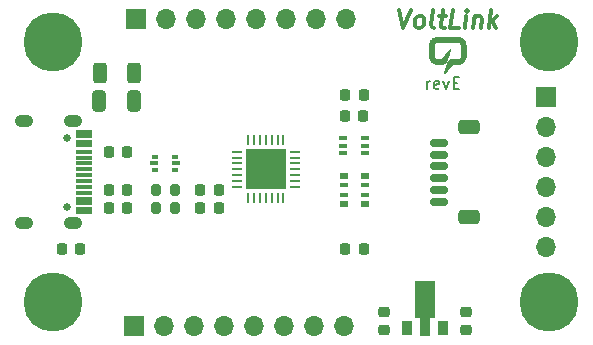
<source format=gbr>
G04 #@! TF.GenerationSoftware,KiCad,Pcbnew,7.0.9*
G04 #@! TF.CreationDate,2024-02-28T09:18:08+02:00*
G04 #@! TF.ProjectId,link,6c696e6b-2e6b-4696-9361-645f70636258,rev?*
G04 #@! TF.SameCoordinates,Original*
G04 #@! TF.FileFunction,Soldermask,Top*
G04 #@! TF.FilePolarity,Negative*
%FSLAX46Y46*%
G04 Gerber Fmt 4.6, Leading zero omitted, Abs format (unit mm)*
G04 Created by KiCad (PCBNEW 7.0.9) date 2024-02-28 09:18:08*
%MOMM*%
%LPD*%
G01*
G04 APERTURE LIST*
G04 Aperture macros list*
%AMRoundRect*
0 Rectangle with rounded corners*
0 $1 Rounding radius*
0 $2 $3 $4 $5 $6 $7 $8 $9 X,Y pos of 4 corners*
0 Add a 4 corners polygon primitive as box body*
4,1,4,$2,$3,$4,$5,$6,$7,$8,$9,$2,$3,0*
0 Add four circle primitives for the rounded corners*
1,1,$1+$1,$2,$3*
1,1,$1+$1,$4,$5*
1,1,$1+$1,$6,$7*
1,1,$1+$1,$8,$9*
0 Add four rect primitives between the rounded corners*
20,1,$1+$1,$2,$3,$4,$5,0*
20,1,$1+$1,$4,$5,$6,$7,0*
20,1,$1+$1,$6,$7,$8,$9,0*
20,1,$1+$1,$8,$9,$2,$3,0*%
%AMFreePoly0*
4,1,9,3.862500,-0.866500,0.737500,-0.866500,0.737500,-0.450000,-0.737500,-0.450000,-0.737500,0.450000,0.737500,0.450000,0.737500,0.866500,3.862500,0.866500,3.862500,-0.866500,3.862500,-0.866500,$1*%
G04 Aperture macros list end*
%ADD10C,0.150000*%
%ADD11C,0.300000*%
%ADD12C,0.010000*%
%ADD13RoundRect,0.249999X-0.325001X-0.650001X0.325001X-0.650001X0.325001X0.650001X-0.325001X0.650001X0*%
%ADD14RoundRect,0.218750X-0.256250X0.218750X-0.256250X-0.218750X0.256250X-0.218750X0.256250X0.218750X0*%
%ADD15RoundRect,0.218750X0.218750X0.256250X-0.218750X0.256250X-0.218750X-0.256250X0.218750X-0.256250X0*%
%ADD16C,5.000000*%
%ADD17RoundRect,0.150000X-0.625000X0.150000X-0.625000X-0.150000X0.625000X-0.150000X0.625000X0.150000X0*%
%ADD18RoundRect,0.249999X-0.650001X0.350001X-0.650001X-0.350001X0.650001X-0.350001X0.650001X0.350001X0*%
%ADD19C,0.670000*%
%ADD20R,1.450000X0.300000*%
%ADD21RoundRect,0.500000X-0.300000X0.000000X-0.300000X0.000000X0.300000X0.000000X0.300000X0.000000X0*%
%ADD22RoundRect,0.218750X-0.218750X-0.256250X0.218750X-0.256250X0.218750X0.256250X-0.218750X0.256250X0*%
%ADD23RoundRect,0.249999X-0.312501X-0.625001X0.312501X-0.625001X0.312501X0.625001X-0.312501X0.625001X0*%
%ADD24R,1.700000X1.700000*%
%ADD25O,1.700000X1.700000*%
%ADD26RoundRect,0.225000X0.225000X0.250000X-0.225000X0.250000X-0.225000X-0.250000X0.225000X-0.250000X0*%
%ADD27RoundRect,0.200000X-0.200000X-0.275000X0.200000X-0.275000X0.200000X0.275000X-0.200000X0.275000X0*%
%ADD28RoundRect,0.062500X-0.337500X-0.062500X0.337500X-0.062500X0.337500X0.062500X-0.337500X0.062500X0*%
%ADD29RoundRect,0.062500X-0.062500X-0.337500X0.062500X-0.337500X0.062500X0.337500X-0.062500X0.337500X0*%
%ADD30R,3.350000X3.350000*%
%ADD31R,0.900000X1.300000*%
%ADD32FreePoly0,90.000000*%
%ADD33R,0.650000X0.400000*%
%ADD34R,0.800000X0.500000*%
%ADD35R,0.800000X0.400000*%
%ADD36R,0.500000X0.375000*%
%ADD37R,0.650000X0.300000*%
G04 APERTURE END LIST*
D10*
X146666666Y-78954819D02*
X146666666Y-78288152D01*
X146666666Y-78478628D02*
X146714285Y-78383390D01*
X146714285Y-78383390D02*
X146761904Y-78335771D01*
X146761904Y-78335771D02*
X146857142Y-78288152D01*
X146857142Y-78288152D02*
X146952380Y-78288152D01*
X147666666Y-78907200D02*
X147571428Y-78954819D01*
X147571428Y-78954819D02*
X147380952Y-78954819D01*
X147380952Y-78954819D02*
X147285714Y-78907200D01*
X147285714Y-78907200D02*
X147238095Y-78811961D01*
X147238095Y-78811961D02*
X147238095Y-78431009D01*
X147238095Y-78431009D02*
X147285714Y-78335771D01*
X147285714Y-78335771D02*
X147380952Y-78288152D01*
X147380952Y-78288152D02*
X147571428Y-78288152D01*
X147571428Y-78288152D02*
X147666666Y-78335771D01*
X147666666Y-78335771D02*
X147714285Y-78431009D01*
X147714285Y-78431009D02*
X147714285Y-78526247D01*
X147714285Y-78526247D02*
X147238095Y-78621485D01*
X148047619Y-78288152D02*
X148285714Y-78954819D01*
X148285714Y-78954819D02*
X148523809Y-78288152D01*
X148904762Y-78431009D02*
X149238095Y-78431009D01*
X149380952Y-78954819D02*
X148904762Y-78954819D01*
X148904762Y-78954819D02*
X148904762Y-77954819D01*
X148904762Y-77954819D02*
X149380952Y-77954819D01*
D11*
X144328571Y-72278328D02*
X144641071Y-73778328D01*
X144641071Y-73778328D02*
X145328571Y-72278328D01*
X145855357Y-73778328D02*
X145721428Y-73706900D01*
X145721428Y-73706900D02*
X145658928Y-73635471D01*
X145658928Y-73635471D02*
X145605357Y-73492614D01*
X145605357Y-73492614D02*
X145658928Y-73064042D01*
X145658928Y-73064042D02*
X145748214Y-72921185D01*
X145748214Y-72921185D02*
X145828571Y-72849757D01*
X145828571Y-72849757D02*
X145980357Y-72778328D01*
X145980357Y-72778328D02*
X146194642Y-72778328D01*
X146194642Y-72778328D02*
X146328571Y-72849757D01*
X146328571Y-72849757D02*
X146391071Y-72921185D01*
X146391071Y-72921185D02*
X146444642Y-73064042D01*
X146444642Y-73064042D02*
X146391071Y-73492614D01*
X146391071Y-73492614D02*
X146301785Y-73635471D01*
X146301785Y-73635471D02*
X146221428Y-73706900D01*
X146221428Y-73706900D02*
X146069642Y-73778328D01*
X146069642Y-73778328D02*
X145855357Y-73778328D01*
X147212500Y-73778328D02*
X147078571Y-73706900D01*
X147078571Y-73706900D02*
X147025000Y-73564042D01*
X147025000Y-73564042D02*
X147185714Y-72278328D01*
X147694642Y-72778328D02*
X148266071Y-72778328D01*
X147971428Y-72278328D02*
X147810714Y-73564042D01*
X147810714Y-73564042D02*
X147864285Y-73706900D01*
X147864285Y-73706900D02*
X147998214Y-73778328D01*
X147998214Y-73778328D02*
X148141071Y-73778328D01*
X149355357Y-73778328D02*
X148641071Y-73778328D01*
X148641071Y-73778328D02*
X148828571Y-72278328D01*
X149855357Y-73778328D02*
X149980357Y-72778328D01*
X150042857Y-72278328D02*
X149962500Y-72349757D01*
X149962500Y-72349757D02*
X150025000Y-72421185D01*
X150025000Y-72421185D02*
X150105357Y-72349757D01*
X150105357Y-72349757D02*
X150042857Y-72278328D01*
X150042857Y-72278328D02*
X150025000Y-72421185D01*
X150694643Y-72778328D02*
X150569643Y-73778328D01*
X150676786Y-72921185D02*
X150757143Y-72849757D01*
X150757143Y-72849757D02*
X150908929Y-72778328D01*
X150908929Y-72778328D02*
X151123214Y-72778328D01*
X151123214Y-72778328D02*
X151257143Y-72849757D01*
X151257143Y-72849757D02*
X151310714Y-72992614D01*
X151310714Y-72992614D02*
X151212500Y-73778328D01*
X151926786Y-73778328D02*
X152114286Y-72278328D01*
X152141072Y-73206900D02*
X152498214Y-73778328D01*
X152623214Y-72778328D02*
X151980357Y-73349757D01*
D12*
X148550612Y-74536747D02*
X148665058Y-74538269D01*
X148777330Y-74540669D01*
X148886437Y-74543968D01*
X148991387Y-74548183D01*
X149091192Y-74553335D01*
X149183889Y-74559373D01*
X149270759Y-74566354D01*
X149346310Y-74574053D01*
X149411922Y-74582929D01*
X149468972Y-74593440D01*
X149518840Y-74606046D01*
X149562903Y-74621204D01*
X149602542Y-74639373D01*
X149639133Y-74661013D01*
X149674057Y-74686582D01*
X149708692Y-74716539D01*
X149736339Y-74743192D01*
X149775265Y-74784695D01*
X149807702Y-74825608D01*
X149834508Y-74867910D01*
X149856542Y-74913577D01*
X149874663Y-74964589D01*
X149889728Y-75022923D01*
X149902598Y-75090556D01*
X149910857Y-75145187D01*
X149917758Y-75196968D01*
X149923496Y-75245506D01*
X149928168Y-75292683D01*
X149931874Y-75340386D01*
X149934712Y-75390498D01*
X149936778Y-75444905D01*
X149938173Y-75505491D01*
X149938993Y-75574141D01*
X149939337Y-75652740D01*
X149939362Y-75692517D01*
X149938798Y-75800542D01*
X149937094Y-75897345D01*
X149934141Y-75984361D01*
X149929830Y-76063027D01*
X149924053Y-76134776D01*
X149916701Y-76201046D01*
X149907665Y-76263272D01*
X149896836Y-76322889D01*
X149888750Y-76361080D01*
X149864763Y-76441825D01*
X149830665Y-76516414D01*
X149787287Y-76584019D01*
X149735459Y-76643813D01*
X149676010Y-76694969D01*
X149609773Y-76736658D01*
X149537576Y-76768053D01*
X149460250Y-76788326D01*
X149460114Y-76788351D01*
X149443349Y-76790676D01*
X149420396Y-76792598D01*
X149390263Y-76794146D01*
X149351953Y-76795345D01*
X149304473Y-76796223D01*
X149246829Y-76796808D01*
X149178027Y-76797125D01*
X149135204Y-76797195D01*
X148857919Y-76797417D01*
X148820039Y-76837104D01*
X148809612Y-76848416D01*
X148791588Y-76868421D01*
X148766735Y-76896251D01*
X148735817Y-76931040D01*
X148699603Y-76971924D01*
X148658858Y-77018035D01*
X148614348Y-77068507D01*
X148566840Y-77122475D01*
X148517100Y-77179072D01*
X148475882Y-77226042D01*
X148425177Y-77283818D01*
X148376297Y-77339435D01*
X148329980Y-77392053D01*
X148286968Y-77440837D01*
X148248001Y-77484950D01*
X148213817Y-77523554D01*
X148185158Y-77555813D01*
X148162763Y-77580890D01*
X148147373Y-77597948D01*
X148140411Y-77605454D01*
X148117323Y-77625892D01*
X148098428Y-77634854D01*
X148083031Y-77632589D01*
X148077084Y-77627997D01*
X148070272Y-77615150D01*
X148069464Y-77609466D01*
X148071513Y-77601637D01*
X148077414Y-77582915D01*
X148086800Y-77554386D01*
X148099301Y-77517135D01*
X148114549Y-77472247D01*
X148132176Y-77420808D01*
X148151813Y-77363903D01*
X148173091Y-77302617D01*
X148193546Y-77244023D01*
X148217545Y-77175436D01*
X148241517Y-77106890D01*
X148264913Y-77039960D01*
X148287184Y-76976219D01*
X148307780Y-76917239D01*
X148326151Y-76864595D01*
X148341749Y-76819858D01*
X148354024Y-76784604D01*
X148359501Y-76768842D01*
X148373926Y-76728386D01*
X148388729Y-76688817D01*
X148402810Y-76652938D01*
X148415069Y-76623554D01*
X148424265Y-76603742D01*
X148453215Y-76558549D01*
X148491235Y-76515550D01*
X148534769Y-76478309D01*
X148574289Y-76453405D01*
X148594583Y-76443046D01*
X148613087Y-76434482D01*
X148631245Y-76427542D01*
X148650498Y-76422055D01*
X148672289Y-76417848D01*
X148698061Y-76414751D01*
X148729256Y-76412591D01*
X148767318Y-76411198D01*
X148813689Y-76410400D01*
X148869812Y-76410026D01*
X148937129Y-76409903D01*
X148940330Y-76409901D01*
X149037830Y-76409524D01*
X149123061Y-76408520D01*
X149196438Y-76406870D01*
X149258378Y-76404552D01*
X149309295Y-76401547D01*
X149349607Y-76397835D01*
X149379729Y-76393394D01*
X149400077Y-76388205D01*
X149402302Y-76387365D01*
X149430549Y-76370133D01*
X149455943Y-76343735D01*
X149475480Y-76311707D01*
X149482670Y-76292869D01*
X149494202Y-76245757D01*
X149504245Y-76187561D01*
X149512778Y-76119812D01*
X149519781Y-76044039D01*
X149525231Y-75961773D01*
X149529109Y-75874546D01*
X149531393Y-75783887D01*
X149532062Y-75691327D01*
X149531096Y-75598397D01*
X149528473Y-75506627D01*
X149524172Y-75417548D01*
X149518172Y-75332691D01*
X149510453Y-75253585D01*
X149500993Y-75181762D01*
X149498150Y-75163897D01*
X149488126Y-75113106D01*
X149475883Y-75073389D01*
X149459897Y-75043139D01*
X149438647Y-75020747D01*
X149410609Y-75004608D01*
X149374259Y-74993114D01*
X149328340Y-74984696D01*
X149273792Y-74977984D01*
X149207772Y-74971903D01*
X149131493Y-74966466D01*
X149046169Y-74961682D01*
X148953011Y-74957563D01*
X148853234Y-74954119D01*
X148748050Y-74951362D01*
X148638673Y-74949303D01*
X148526314Y-74947951D01*
X148412188Y-74947319D01*
X148297506Y-74947417D01*
X148183483Y-74948256D01*
X148071331Y-74949847D01*
X147962264Y-74952200D01*
X147857493Y-74955328D01*
X147758233Y-74959240D01*
X147665695Y-74963947D01*
X147586864Y-74969039D01*
X147517334Y-74974569D01*
X147459323Y-74980660D01*
X147411650Y-74988022D01*
X147373136Y-74997367D01*
X147342599Y-75009404D01*
X147318859Y-75024844D01*
X147300736Y-75044397D01*
X147287050Y-75068774D01*
X147276619Y-75098684D01*
X147268265Y-75134839D01*
X147263077Y-75163897D01*
X147253148Y-75233483D01*
X147244964Y-75310763D01*
X147238505Y-75394208D01*
X147233750Y-75482286D01*
X147230677Y-75573468D01*
X147229265Y-75666223D01*
X147229495Y-75759021D01*
X147231343Y-75850331D01*
X147234791Y-75938623D01*
X147239816Y-76022366D01*
X147246398Y-76100030D01*
X147254515Y-76170085D01*
X147264147Y-76231000D01*
X147275274Y-76281244D01*
X147278539Y-76292809D01*
X147295628Y-76328648D01*
X147322706Y-76358533D01*
X147356089Y-76379337D01*
X147377868Y-76385811D01*
X147411675Y-76391354D01*
X147456870Y-76395923D01*
X147512811Y-76399473D01*
X147578858Y-76401960D01*
X147654369Y-76403340D01*
X147708059Y-76403622D01*
X147851480Y-76403717D01*
X147892402Y-76360854D01*
X147904503Y-76347789D01*
X147924004Y-76326241D01*
X147949948Y-76297289D01*
X147981377Y-76262011D01*
X148017331Y-76221487D01*
X148056854Y-76176794D01*
X148098987Y-76129011D01*
X148142772Y-76079218D01*
X148158556Y-76061233D01*
X148205340Y-76007902D01*
X148252919Y-75953667D01*
X148300000Y-75900000D01*
X148345289Y-75848378D01*
X148387493Y-75800276D01*
X148425316Y-75757167D01*
X148457466Y-75720528D01*
X148482648Y-75691833D01*
X148484469Y-75689758D01*
X148513401Y-75657245D01*
X148540352Y-75627810D01*
X148563964Y-75602868D01*
X148582881Y-75583832D01*
X148595747Y-75572117D01*
X148600164Y-75569121D01*
X148614837Y-75566959D01*
X148628071Y-75574867D01*
X148637612Y-75585224D01*
X148640964Y-75591767D01*
X148638922Y-75598607D01*
X148633060Y-75616280D01*
X148623774Y-75643640D01*
X148611458Y-75679540D01*
X148596508Y-75722832D01*
X148579319Y-75772372D01*
X148560286Y-75827011D01*
X148539804Y-75885603D01*
X148533527Y-75903521D01*
X148509848Y-75971111D01*
X148485146Y-76041681D01*
X148460196Y-76113009D01*
X148435776Y-76182876D01*
X148412660Y-76249061D01*
X148391626Y-76309343D01*
X148373448Y-76361500D01*
X148362318Y-76393485D01*
X148345442Y-76441216D01*
X148328826Y-76486716D01*
X148313188Y-76528126D01*
X148299248Y-76563589D01*
X148287724Y-76591246D01*
X148279335Y-76609239D01*
X148277667Y-76612257D01*
X148241503Y-76661783D01*
X148195555Y-76706071D01*
X148142277Y-76743285D01*
X148084120Y-76771587D01*
X148049624Y-76783056D01*
X148039872Y-76785482D01*
X148028883Y-76787534D01*
X148015566Y-76789243D01*
X147998831Y-76790638D01*
X147977586Y-76791751D01*
X147950741Y-76792614D01*
X147917205Y-76793255D01*
X147875886Y-76793708D01*
X147825695Y-76794001D01*
X147765540Y-76794166D01*
X147694331Y-76794234D01*
X147653539Y-76794242D01*
X147297939Y-76794242D01*
X147236067Y-76772816D01*
X147157520Y-76739349D01*
X147087249Y-76696274D01*
X147025410Y-76643728D01*
X146972160Y-76581849D01*
X146927653Y-76510777D01*
X146916873Y-76489442D01*
X146899944Y-76449990D01*
X146884990Y-76405587D01*
X146871757Y-76354965D01*
X146859993Y-76296857D01*
X146849446Y-76229997D01*
X146839861Y-76153117D01*
X146830986Y-76064952D01*
X146830038Y-76054467D01*
X146827683Y-76019927D01*
X146825719Y-75974644D01*
X146824148Y-75920565D01*
X146822968Y-75859640D01*
X146822179Y-75793819D01*
X146821783Y-75725050D01*
X146821778Y-75655284D01*
X146822165Y-75586469D01*
X146822944Y-75520555D01*
X146824115Y-75459492D01*
X146825678Y-75405228D01*
X146827632Y-75359713D01*
X146829978Y-75324897D01*
X146830038Y-75324217D01*
X146839131Y-75231943D01*
X146849061Y-75151071D01*
X146860214Y-75080313D01*
X146872978Y-75018378D01*
X146887738Y-74963977D01*
X146904883Y-74915820D01*
X146924798Y-74872618D01*
X146947870Y-74833081D01*
X146974487Y-74795920D01*
X146996425Y-74769497D01*
X147055133Y-74710687D01*
X147118634Y-74663274D01*
X147188246Y-74626443D01*
X147265286Y-74599374D01*
X147274856Y-74596805D01*
X147315718Y-74588067D01*
X147368276Y-74579937D01*
X147431539Y-74572432D01*
X147504516Y-74565572D01*
X147586216Y-74559378D01*
X147675650Y-74553867D01*
X147771825Y-74549061D01*
X147873752Y-74544977D01*
X147980440Y-74541636D01*
X148090897Y-74539057D01*
X148204134Y-74537259D01*
X148319159Y-74536262D01*
X148434982Y-74536085D01*
X148550612Y-74536747D01*
G36*
X148550612Y-74536747D02*
G01*
X148665058Y-74538269D01*
X148777330Y-74540669D01*
X148886437Y-74543968D01*
X148991387Y-74548183D01*
X149091192Y-74553335D01*
X149183889Y-74559373D01*
X149270759Y-74566354D01*
X149346310Y-74574053D01*
X149411922Y-74582929D01*
X149468972Y-74593440D01*
X149518840Y-74606046D01*
X149562903Y-74621204D01*
X149602542Y-74639373D01*
X149639133Y-74661013D01*
X149674057Y-74686582D01*
X149708692Y-74716539D01*
X149736339Y-74743192D01*
X149775265Y-74784695D01*
X149807702Y-74825608D01*
X149834508Y-74867910D01*
X149856542Y-74913577D01*
X149874663Y-74964589D01*
X149889728Y-75022923D01*
X149902598Y-75090556D01*
X149910857Y-75145187D01*
X149917758Y-75196968D01*
X149923496Y-75245506D01*
X149928168Y-75292683D01*
X149931874Y-75340386D01*
X149934712Y-75390498D01*
X149936778Y-75444905D01*
X149938173Y-75505491D01*
X149938993Y-75574141D01*
X149939337Y-75652740D01*
X149939362Y-75692517D01*
X149938798Y-75800542D01*
X149937094Y-75897345D01*
X149934141Y-75984361D01*
X149929830Y-76063027D01*
X149924053Y-76134776D01*
X149916701Y-76201046D01*
X149907665Y-76263272D01*
X149896836Y-76322889D01*
X149888750Y-76361080D01*
X149864763Y-76441825D01*
X149830665Y-76516414D01*
X149787287Y-76584019D01*
X149735459Y-76643813D01*
X149676010Y-76694969D01*
X149609773Y-76736658D01*
X149537576Y-76768053D01*
X149460250Y-76788326D01*
X149460114Y-76788351D01*
X149443349Y-76790676D01*
X149420396Y-76792598D01*
X149390263Y-76794146D01*
X149351953Y-76795345D01*
X149304473Y-76796223D01*
X149246829Y-76796808D01*
X149178027Y-76797125D01*
X149135204Y-76797195D01*
X148857919Y-76797417D01*
X148820039Y-76837104D01*
X148809612Y-76848416D01*
X148791588Y-76868421D01*
X148766735Y-76896251D01*
X148735817Y-76931040D01*
X148699603Y-76971924D01*
X148658858Y-77018035D01*
X148614348Y-77068507D01*
X148566840Y-77122475D01*
X148517100Y-77179072D01*
X148475882Y-77226042D01*
X148425177Y-77283818D01*
X148376297Y-77339435D01*
X148329980Y-77392053D01*
X148286968Y-77440837D01*
X148248001Y-77484950D01*
X148213817Y-77523554D01*
X148185158Y-77555813D01*
X148162763Y-77580890D01*
X148147373Y-77597948D01*
X148140411Y-77605454D01*
X148117323Y-77625892D01*
X148098428Y-77634854D01*
X148083031Y-77632589D01*
X148077084Y-77627997D01*
X148070272Y-77615150D01*
X148069464Y-77609466D01*
X148071513Y-77601637D01*
X148077414Y-77582915D01*
X148086800Y-77554386D01*
X148099301Y-77517135D01*
X148114549Y-77472247D01*
X148132176Y-77420808D01*
X148151813Y-77363903D01*
X148173091Y-77302617D01*
X148193546Y-77244023D01*
X148217545Y-77175436D01*
X148241517Y-77106890D01*
X148264913Y-77039960D01*
X148287184Y-76976219D01*
X148307780Y-76917239D01*
X148326151Y-76864595D01*
X148341749Y-76819858D01*
X148354024Y-76784604D01*
X148359501Y-76768842D01*
X148373926Y-76728386D01*
X148388729Y-76688817D01*
X148402810Y-76652938D01*
X148415069Y-76623554D01*
X148424265Y-76603742D01*
X148453215Y-76558549D01*
X148491235Y-76515550D01*
X148534769Y-76478309D01*
X148574289Y-76453405D01*
X148594583Y-76443046D01*
X148613087Y-76434482D01*
X148631245Y-76427542D01*
X148650498Y-76422055D01*
X148672289Y-76417848D01*
X148698061Y-76414751D01*
X148729256Y-76412591D01*
X148767318Y-76411198D01*
X148813689Y-76410400D01*
X148869812Y-76410026D01*
X148937129Y-76409903D01*
X148940330Y-76409901D01*
X149037830Y-76409524D01*
X149123061Y-76408520D01*
X149196438Y-76406870D01*
X149258378Y-76404552D01*
X149309295Y-76401547D01*
X149349607Y-76397835D01*
X149379729Y-76393394D01*
X149400077Y-76388205D01*
X149402302Y-76387365D01*
X149430549Y-76370133D01*
X149455943Y-76343735D01*
X149475480Y-76311707D01*
X149482670Y-76292869D01*
X149494202Y-76245757D01*
X149504245Y-76187561D01*
X149512778Y-76119812D01*
X149519781Y-76044039D01*
X149525231Y-75961773D01*
X149529109Y-75874546D01*
X149531393Y-75783887D01*
X149532062Y-75691327D01*
X149531096Y-75598397D01*
X149528473Y-75506627D01*
X149524172Y-75417548D01*
X149518172Y-75332691D01*
X149510453Y-75253585D01*
X149500993Y-75181762D01*
X149498150Y-75163897D01*
X149488126Y-75113106D01*
X149475883Y-75073389D01*
X149459897Y-75043139D01*
X149438647Y-75020747D01*
X149410609Y-75004608D01*
X149374259Y-74993114D01*
X149328340Y-74984696D01*
X149273792Y-74977984D01*
X149207772Y-74971903D01*
X149131493Y-74966466D01*
X149046169Y-74961682D01*
X148953011Y-74957563D01*
X148853234Y-74954119D01*
X148748050Y-74951362D01*
X148638673Y-74949303D01*
X148526314Y-74947951D01*
X148412188Y-74947319D01*
X148297506Y-74947417D01*
X148183483Y-74948256D01*
X148071331Y-74949847D01*
X147962264Y-74952200D01*
X147857493Y-74955328D01*
X147758233Y-74959240D01*
X147665695Y-74963947D01*
X147586864Y-74969039D01*
X147517334Y-74974569D01*
X147459323Y-74980660D01*
X147411650Y-74988022D01*
X147373136Y-74997367D01*
X147342599Y-75009404D01*
X147318859Y-75024844D01*
X147300736Y-75044397D01*
X147287050Y-75068774D01*
X147276619Y-75098684D01*
X147268265Y-75134839D01*
X147263077Y-75163897D01*
X147253148Y-75233483D01*
X147244964Y-75310763D01*
X147238505Y-75394208D01*
X147233750Y-75482286D01*
X147230677Y-75573468D01*
X147229265Y-75666223D01*
X147229495Y-75759021D01*
X147231343Y-75850331D01*
X147234791Y-75938623D01*
X147239816Y-76022366D01*
X147246398Y-76100030D01*
X147254515Y-76170085D01*
X147264147Y-76231000D01*
X147275274Y-76281244D01*
X147278539Y-76292809D01*
X147295628Y-76328648D01*
X147322706Y-76358533D01*
X147356089Y-76379337D01*
X147377868Y-76385811D01*
X147411675Y-76391354D01*
X147456870Y-76395923D01*
X147512811Y-76399473D01*
X147578858Y-76401960D01*
X147654369Y-76403340D01*
X147708059Y-76403622D01*
X147851480Y-76403717D01*
X147892402Y-76360854D01*
X147904503Y-76347789D01*
X147924004Y-76326241D01*
X147949948Y-76297289D01*
X147981377Y-76262011D01*
X148017331Y-76221487D01*
X148056854Y-76176794D01*
X148098987Y-76129011D01*
X148142772Y-76079218D01*
X148158556Y-76061233D01*
X148205340Y-76007902D01*
X148252919Y-75953667D01*
X148300000Y-75900000D01*
X148345289Y-75848378D01*
X148387493Y-75800276D01*
X148425316Y-75757167D01*
X148457466Y-75720528D01*
X148482648Y-75691833D01*
X148484469Y-75689758D01*
X148513401Y-75657245D01*
X148540352Y-75627810D01*
X148563964Y-75602868D01*
X148582881Y-75583832D01*
X148595747Y-75572117D01*
X148600164Y-75569121D01*
X148614837Y-75566959D01*
X148628071Y-75574867D01*
X148637612Y-75585224D01*
X148640964Y-75591767D01*
X148638922Y-75598607D01*
X148633060Y-75616280D01*
X148623774Y-75643640D01*
X148611458Y-75679540D01*
X148596508Y-75722832D01*
X148579319Y-75772372D01*
X148560286Y-75827011D01*
X148539804Y-75885603D01*
X148533527Y-75903521D01*
X148509848Y-75971111D01*
X148485146Y-76041681D01*
X148460196Y-76113009D01*
X148435776Y-76182876D01*
X148412660Y-76249061D01*
X148391626Y-76309343D01*
X148373448Y-76361500D01*
X148362318Y-76393485D01*
X148345442Y-76441216D01*
X148328826Y-76486716D01*
X148313188Y-76528126D01*
X148299248Y-76563589D01*
X148287724Y-76591246D01*
X148279335Y-76609239D01*
X148277667Y-76612257D01*
X148241503Y-76661783D01*
X148195555Y-76706071D01*
X148142277Y-76743285D01*
X148084120Y-76771587D01*
X148049624Y-76783056D01*
X148039872Y-76785482D01*
X148028883Y-76787534D01*
X148015566Y-76789243D01*
X147998831Y-76790638D01*
X147977586Y-76791751D01*
X147950741Y-76792614D01*
X147917205Y-76793255D01*
X147875886Y-76793708D01*
X147825695Y-76794001D01*
X147765540Y-76794166D01*
X147694331Y-76794234D01*
X147653539Y-76794242D01*
X147297939Y-76794242D01*
X147236067Y-76772816D01*
X147157520Y-76739349D01*
X147087249Y-76696274D01*
X147025410Y-76643728D01*
X146972160Y-76581849D01*
X146927653Y-76510777D01*
X146916873Y-76489442D01*
X146899944Y-76449990D01*
X146884990Y-76405587D01*
X146871757Y-76354965D01*
X146859993Y-76296857D01*
X146849446Y-76229997D01*
X146839861Y-76153117D01*
X146830986Y-76064952D01*
X146830038Y-76054467D01*
X146827683Y-76019927D01*
X146825719Y-75974644D01*
X146824148Y-75920565D01*
X146822968Y-75859640D01*
X146822179Y-75793819D01*
X146821783Y-75725050D01*
X146821778Y-75655284D01*
X146822165Y-75586469D01*
X146822944Y-75520555D01*
X146824115Y-75459492D01*
X146825678Y-75405228D01*
X146827632Y-75359713D01*
X146829978Y-75324897D01*
X146830038Y-75324217D01*
X146839131Y-75231943D01*
X146849061Y-75151071D01*
X146860214Y-75080313D01*
X146872978Y-75018378D01*
X146887738Y-74963977D01*
X146904883Y-74915820D01*
X146924798Y-74872618D01*
X146947870Y-74833081D01*
X146974487Y-74795920D01*
X146996425Y-74769497D01*
X147055133Y-74710687D01*
X147118634Y-74663274D01*
X147188246Y-74626443D01*
X147265286Y-74599374D01*
X147274856Y-74596805D01*
X147315718Y-74588067D01*
X147368276Y-74579937D01*
X147431539Y-74572432D01*
X147504516Y-74565572D01*
X147586216Y-74559378D01*
X147675650Y-74553867D01*
X147771825Y-74549061D01*
X147873752Y-74544977D01*
X147980440Y-74541636D01*
X148090897Y-74539057D01*
X148204134Y-74537259D01*
X148319159Y-74536262D01*
X148434982Y-74536085D01*
X148550612Y-74536747D01*
G37*
D13*
X118925000Y-80000000D03*
X121875000Y-80000000D03*
D14*
X143000000Y-97812500D03*
X143000000Y-99387500D03*
D15*
X129037500Y-87500000D03*
X127462500Y-87500000D03*
D14*
X150000000Y-97812500D03*
X150000000Y-99387500D03*
D15*
X121287500Y-89000000D03*
X119712500Y-89000000D03*
D16*
X115000000Y-75000000D03*
X115000000Y-97000000D03*
X157000000Y-97000000D03*
X157000000Y-75000000D03*
D17*
X147675000Y-83500000D03*
X147675000Y-84500000D03*
X147675000Y-85500000D03*
X147675000Y-86500000D03*
X147675000Y-87500000D03*
X147675000Y-88500000D03*
D18*
X150200000Y-82200000D03*
X150200000Y-89800000D03*
D19*
X116150000Y-83100000D03*
X116150000Y-88900000D03*
D20*
X117600000Y-82600000D03*
X117600000Y-83400000D03*
X117600000Y-84750000D03*
X117600000Y-85750000D03*
X117600000Y-86250000D03*
X117600000Y-87250000D03*
X117600000Y-88600000D03*
X117600000Y-89400000D03*
X117600000Y-89100000D03*
X117600000Y-88300000D03*
X117600000Y-87750000D03*
X117600000Y-86750000D03*
X117600000Y-85250000D03*
X117600000Y-84250000D03*
X117600000Y-83700000D03*
X117600000Y-82900000D03*
D21*
X116680000Y-81680000D03*
X112500000Y-81680000D03*
X116680000Y-90320000D03*
X112500000Y-90320000D03*
D22*
X119712500Y-87500000D03*
X121287500Y-87500000D03*
X119712500Y-84250000D03*
X121287500Y-84250000D03*
D23*
X118937500Y-77600000D03*
X121862500Y-77600000D03*
D15*
X141287500Y-79500000D03*
X139712500Y-79500000D03*
D24*
X121880000Y-99000000D03*
D25*
X124420000Y-99000000D03*
X126960000Y-99000000D03*
X129500000Y-99000000D03*
X132040000Y-99000000D03*
X134580000Y-99000000D03*
X137120000Y-99000000D03*
X139660000Y-99000000D03*
D24*
X122000000Y-73000000D03*
D25*
X124540000Y-73000000D03*
X127080000Y-73000000D03*
X129620000Y-73000000D03*
X132160000Y-73000000D03*
X134700000Y-73000000D03*
X137240000Y-73000000D03*
X139780000Y-73000000D03*
D24*
X156700000Y-79650000D03*
D25*
X156700000Y-82190000D03*
X156700000Y-84730000D03*
X156700000Y-87270000D03*
X156700000Y-89810000D03*
X156700000Y-92350000D03*
D26*
X141275000Y-81250000D03*
X139725000Y-81250000D03*
D27*
X123675000Y-89000000D03*
X125325000Y-89000000D03*
X123675000Y-87500000D03*
X125325000Y-87500000D03*
D28*
X130550000Y-84250000D03*
X130550000Y-84750000D03*
X130550000Y-85250000D03*
X130550000Y-85750000D03*
X130550000Y-86250000D03*
X130550000Y-86750000D03*
X130550000Y-87250000D03*
D29*
X131500000Y-88200000D03*
X132000000Y-88200000D03*
X132500000Y-88200000D03*
X133000000Y-88200000D03*
X133500000Y-88200000D03*
X134000000Y-88200000D03*
X134500000Y-88200000D03*
D28*
X135450000Y-87250000D03*
X135450000Y-86750000D03*
X135450000Y-86250000D03*
X135450000Y-85750000D03*
X135450000Y-85250000D03*
X135450000Y-84750000D03*
X135450000Y-84250000D03*
D29*
X134500000Y-83300000D03*
X134000000Y-83300000D03*
X133500000Y-83300000D03*
X133000000Y-83300000D03*
X132500000Y-83300000D03*
X132000000Y-83300000D03*
X131500000Y-83300000D03*
D30*
X133000000Y-85750000D03*
D31*
X145000000Y-99150000D03*
D32*
X146500000Y-99062500D03*
D31*
X148000000Y-99150000D03*
D15*
X129037500Y-89000000D03*
X127462500Y-89000000D03*
X141287500Y-92500000D03*
X139712500Y-92500000D03*
D33*
X141450000Y-84400000D03*
X141450000Y-83750000D03*
X141450000Y-83100000D03*
X139550000Y-83100000D03*
X139550000Y-83750000D03*
X139550000Y-84400000D03*
D34*
X139600000Y-86300000D03*
D35*
X139600000Y-87100000D03*
X139600000Y-87900000D03*
D34*
X139600000Y-88700000D03*
X141400000Y-88700000D03*
D35*
X141400000Y-87900000D03*
X141400000Y-87100000D03*
D34*
X141400000Y-86300000D03*
D22*
X115712500Y-92500000D03*
X117287500Y-92500000D03*
D36*
X123650000Y-84712500D03*
D37*
X123575000Y-85250000D03*
D36*
X123650000Y-85787500D03*
X125350000Y-85787500D03*
D37*
X125425000Y-85250000D03*
D36*
X125350000Y-84712500D03*
M02*

</source>
